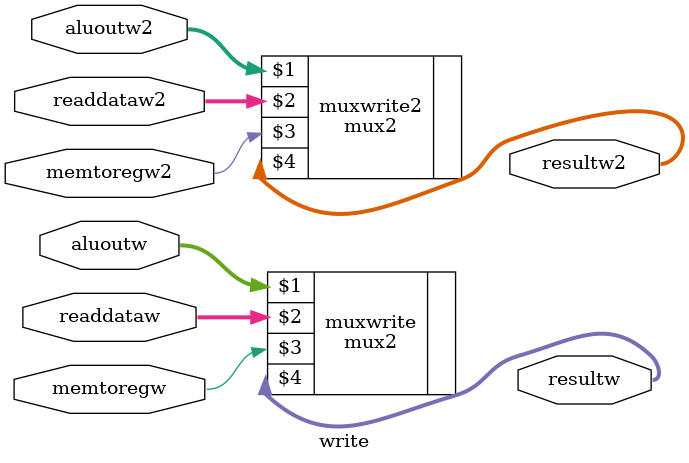
<source format=v>
`include "mux2.v"

module write(memtoregw,memtoregw2,readdataw,readdataw2,aluoutw,aluoutw2,resultw,resultw2);
  input memtoregw,memtoregw2;
  input  [31:0] readdataw,readdataw2,aluoutw,aluoutw2;
  output [31:0] resultw,resultw2;
  
  mux2 #(32) muxwrite(aluoutw,readdataw,memtoregw,resultw);
  mux2 #(32) muxwrite2(aluoutw2,readdataw2,memtoregw2,resultw2);
endmodule
</source>
